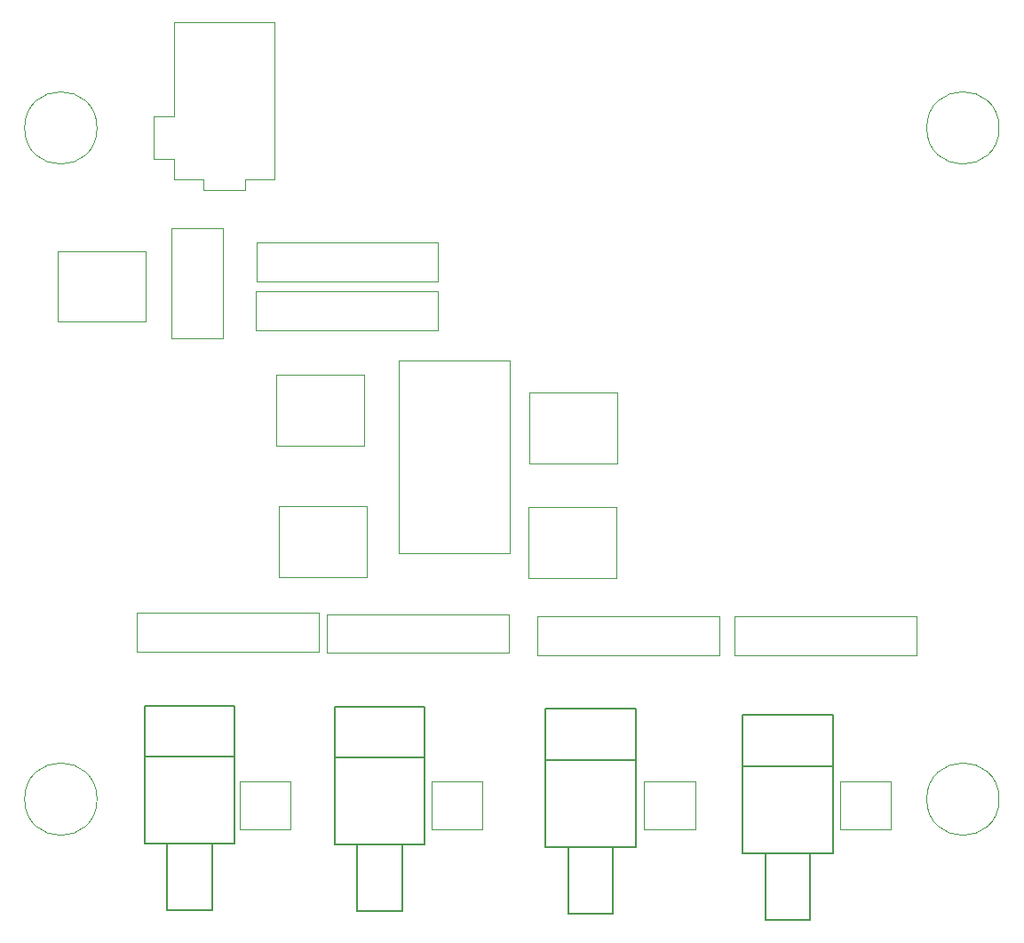
<source format=gbr>
%TF.GenerationSoftware,KiCad,Pcbnew,7.0.6*%
%TF.CreationDate,2023-12-12T17:12:19+00:00*%
%TF.ProjectId,BlankingRelay_Base,426c616e-6b69-46e6-9752-656c61795f42,rev?*%
%TF.SameCoordinates,Original*%
%TF.FileFunction,Other,User*%
%FSLAX46Y46*%
G04 Gerber Fmt 4.6, Leading zero omitted, Abs format (unit mm)*
G04 Created by KiCad (PCBNEW 7.0.6) date 2023-12-12 17:12:19*
%MOMM*%
%LPD*%
G01*
G04 APERTURE LIST*
%ADD10C,0.050000*%
%ADD11C,0.150000*%
G04 APERTURE END LIST*
D10*
%TO.C,R2*%
X60350000Y-127350000D02*
X60350000Y-131050000D01*
X60350000Y-131050000D02*
X77690000Y-131050000D01*
X77690000Y-127350000D02*
X60350000Y-127350000D01*
X77690000Y-131050000D02*
X77690000Y-127350000D01*
%TO.C,D2*%
X70350000Y-143350000D02*
X70350000Y-147850000D01*
X70350000Y-147850000D02*
X75200000Y-147850000D01*
X75200000Y-143350000D02*
X70350000Y-143350000D01*
X75200000Y-147850000D02*
X75200000Y-143350000D01*
%TO.C,R99*%
X53636000Y-91930000D02*
X53636000Y-95630000D01*
X53636000Y-95630000D02*
X70976000Y-95630000D01*
X70976000Y-91930000D02*
X53636000Y-91930000D01*
X70976000Y-95630000D02*
X70976000Y-91930000D01*
%TO.C,H4*%
X124450000Y-145000000D02*
G75*
G03*
X124450000Y-145000000I-3450000J0D01*
G01*
%TO.C,H3*%
X124450000Y-81000000D02*
G75*
G03*
X124450000Y-81000000I-3450000J0D01*
G01*
%TO.C,H1*%
X38450000Y-145000000D02*
G75*
G03*
X38450000Y-145000000I-3450000J0D01*
G01*
D11*
%TO.C,SW2*%
X61120000Y-136200000D02*
X61120000Y-149350000D01*
X61120000Y-136200000D02*
X69680000Y-136200000D01*
X61120000Y-141050000D02*
X69680000Y-141050000D01*
X61120000Y-149350000D02*
X69680000Y-149350000D01*
X63250000Y-149350000D02*
X63250000Y-155700000D01*
X63250000Y-155700000D02*
X67550000Y-155700000D01*
X67550000Y-149350000D02*
X67550000Y-155700000D01*
X69680000Y-136200000D02*
X69680000Y-149350000D01*
%TO.C,SW4*%
X100020000Y-137000000D02*
X100020000Y-150150000D01*
X100020000Y-137000000D02*
X108580000Y-137000000D01*
X100020000Y-141850000D02*
X108580000Y-141850000D01*
X100020000Y-150150000D02*
X108580000Y-150150000D01*
X102150000Y-150150000D02*
X102150000Y-156500000D01*
X102150000Y-156500000D02*
X106450000Y-156500000D01*
X106450000Y-150150000D02*
X106450000Y-156500000D01*
X108580000Y-137000000D02*
X108580000Y-150150000D01*
D10*
%TO.C,R98*%
X53610000Y-96570000D02*
X53610000Y-100270000D01*
X53610000Y-100270000D02*
X70950000Y-100270000D01*
X70950000Y-96570000D02*
X53610000Y-96570000D01*
X70950000Y-100270000D02*
X70950000Y-96570000D01*
D11*
%TO.C,SW3*%
X81220000Y-136400000D02*
X81220000Y-149550000D01*
X81220000Y-136400000D02*
X89780000Y-136400000D01*
X81220000Y-141250000D02*
X89780000Y-141250000D01*
X81220000Y-149550000D02*
X89780000Y-149550000D01*
X83350000Y-149550000D02*
X83350000Y-155900000D01*
X83350000Y-155900000D02*
X87650000Y-155900000D01*
X87650000Y-149550000D02*
X87650000Y-155900000D01*
X89780000Y-136400000D02*
X89780000Y-149550000D01*
D10*
%TO.C,J6*%
X88050000Y-113000000D02*
X88050000Y-106250000D01*
X88050000Y-106250000D02*
X79650000Y-106250000D01*
X79650000Y-113000000D02*
X88050000Y-113000000D01*
X79650000Y-106250000D02*
X79650000Y-113000000D01*
%TO.C,R4*%
X99250000Y-127550000D02*
X99250000Y-131250000D01*
X99250000Y-131250000D02*
X116590000Y-131250000D01*
X116590000Y-127550000D02*
X99250000Y-127550000D01*
X116590000Y-131250000D02*
X116590000Y-127550000D01*
%TO.C,U1*%
X67230000Y-103210000D02*
X67230000Y-121560000D01*
X67230000Y-121560000D02*
X77780000Y-121560000D01*
X77780000Y-103210000D02*
X67230000Y-103210000D01*
X77780000Y-121560000D02*
X77780000Y-103210000D01*
%TO.C,R3*%
X80450000Y-127550000D02*
X80450000Y-131250000D01*
X80450000Y-131250000D02*
X97790000Y-131250000D01*
X97790000Y-127550000D02*
X80450000Y-127550000D01*
X97790000Y-131250000D02*
X97790000Y-127550000D01*
%TO.C,D1*%
X52050000Y-143350000D02*
X52050000Y-147850000D01*
X52050000Y-147850000D02*
X56900000Y-147850000D01*
X56900000Y-143350000D02*
X52050000Y-143350000D01*
X56900000Y-147850000D02*
X56900000Y-143350000D01*
D11*
%TO.C,SW1*%
X43020000Y-136100000D02*
X43020000Y-149250000D01*
X43020000Y-136100000D02*
X51580000Y-136100000D01*
X43020000Y-140950000D02*
X51580000Y-140950000D01*
X43020000Y-149250000D02*
X51580000Y-149250000D01*
X45150000Y-149250000D02*
X45150000Y-155600000D01*
X45150000Y-155600000D02*
X49450000Y-155600000D01*
X49450000Y-149250000D02*
X49450000Y-155600000D01*
X51580000Y-136100000D02*
X51580000Y-149250000D01*
D10*
%TO.C,J7*%
X34700000Y-92725000D02*
X34700000Y-99475000D01*
X34700000Y-99475000D02*
X43100000Y-99475000D01*
X43100000Y-92725000D02*
X34700000Y-92725000D01*
X43100000Y-99475000D02*
X43100000Y-92725000D01*
%TO.C,J1*%
X45837500Y-70920000D02*
X55337500Y-70920000D01*
X45837500Y-79920000D02*
X45837500Y-70920000D01*
X43837500Y-79920000D02*
X45837500Y-79920000D01*
X45837500Y-83920000D02*
X43837500Y-83920000D01*
X43837500Y-83920000D02*
X43837500Y-79920000D01*
X55337500Y-85920000D02*
X55337500Y-70920000D01*
X55087500Y-85920000D02*
X55337500Y-85920000D01*
X55087500Y-85920000D02*
X52587500Y-85920000D01*
X52587500Y-85920000D02*
X52587500Y-86920000D01*
X48587500Y-85920000D02*
X45837500Y-85920000D01*
X45837500Y-85920000D02*
X45837500Y-83920000D01*
X52587500Y-86920000D02*
X48587500Y-86920000D01*
X48587500Y-86920000D02*
X48587500Y-85920000D01*
%TO.C,J3*%
X55550000Y-104550000D02*
X55550000Y-111300000D01*
X55550000Y-111300000D02*
X63950000Y-111300000D01*
X63950000Y-104550000D02*
X55550000Y-104550000D01*
X63950000Y-111300000D02*
X63950000Y-104550000D01*
%TO.C,D4*%
X109310000Y-143350000D02*
X109310000Y-147850000D01*
X109310000Y-147850000D02*
X114160000Y-147850000D01*
X114160000Y-143350000D02*
X109310000Y-143350000D01*
X114160000Y-147850000D02*
X114160000Y-143350000D01*
%TO.C,H2*%
X38450000Y-81000000D02*
G75*
G03*
X38450000Y-81000000I-3450000J0D01*
G01*
%TO.C,D3*%
X90610000Y-143350000D02*
X90610000Y-147850000D01*
X90610000Y-147850000D02*
X95460000Y-147850000D01*
X95460000Y-143350000D02*
X90610000Y-143350000D01*
X95460000Y-147850000D02*
X95460000Y-143350000D01*
%TO.C,J4*%
X64150000Y-123800000D02*
X64150000Y-117050000D01*
X64150000Y-117050000D02*
X55750000Y-117050000D01*
X55750000Y-123800000D02*
X64150000Y-123800000D01*
X55750000Y-117050000D02*
X55750000Y-123800000D01*
%TO.C,U0*%
X45575000Y-101100000D02*
X50485000Y-101100000D01*
X50485000Y-101100000D02*
X50485000Y-90600000D01*
X45575000Y-90600000D02*
X45575000Y-101100000D01*
X50485000Y-90600000D02*
X45575000Y-90600000D01*
%TO.C,J5*%
X79550000Y-117150000D02*
X79550000Y-123900000D01*
X79550000Y-123900000D02*
X87950000Y-123900000D01*
X87950000Y-117150000D02*
X79550000Y-117150000D01*
X87950000Y-123900000D02*
X87950000Y-117150000D01*
%TO.C,R1*%
X42250000Y-127250000D02*
X42250000Y-130950000D01*
X42250000Y-130950000D02*
X59590000Y-130950000D01*
X59590000Y-127250000D02*
X42250000Y-127250000D01*
X59590000Y-130950000D02*
X59590000Y-127250000D01*
%TD*%
M02*

</source>
